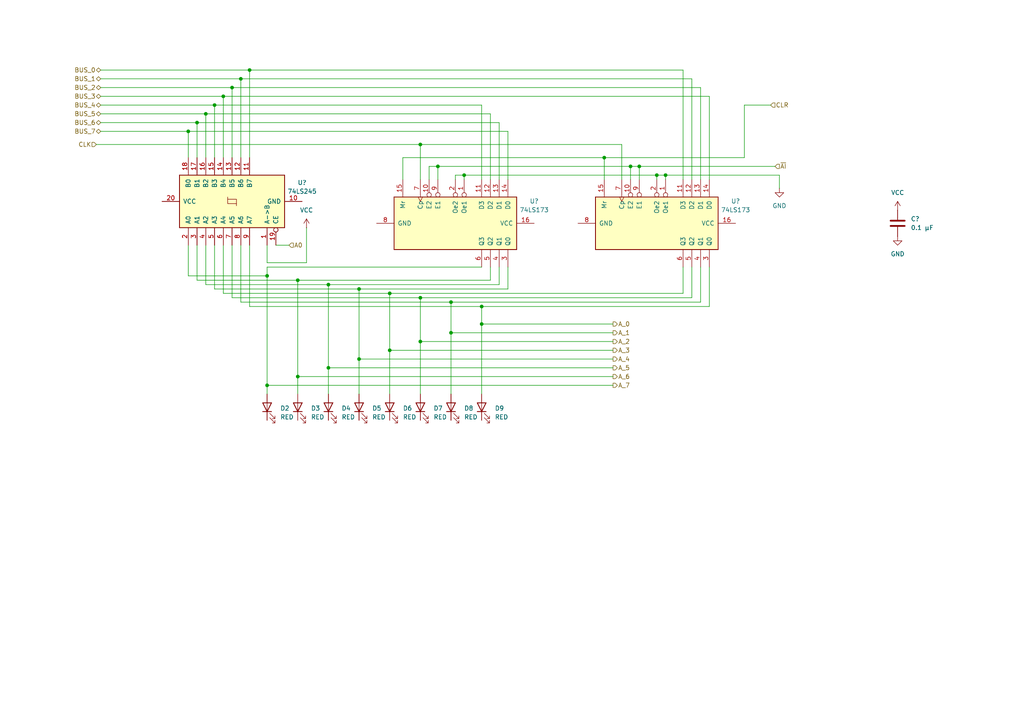
<source format=kicad_sch>
(kicad_sch (version 20250114) (generator "eeschema") (generator_version "9.0")
  (paper "A4")
  (title_block (title "8 bit PC") (date "2025-10-14") (rev "1"))
  (lib_symbols
    (symbol "74xx:74LS173" (pin_names (offset 1.016))
      (property "Reference" "U" (at -7.62 19.05 0))
      (property "Value" "74LS173" (at -7.62 -19.05 0))
      (symbol "74LS173_1_0"
        (pin input line (at -12.7 15.24 0) (length 5.08) (name "D0") (number "14"))
        (pin input line (at -12.7 12.7 0) (length 5.08) (name "D1") (number "13"))
        (pin input line (at -12.7 10.16 0) (length 5.08) (name "D2") (number "12"))
        (pin input line (at -12.7 7.62 0) (length 5.08) (name "D3") (number "11"))
        (pin input inverted (at -12.7 2.54 0) (length 5.08) (name "Oe1") (number "1"))
        (pin input inverted (at -12.7 0 0) (length 5.08) (name "Oe2") (number "2"))
        (pin input inverted (at -12.7 -5.08 0) (length 5.08) (name "E1") (number "9"))
        (pin input inverted (at -12.7 -7.62 0) (length 5.08) (name "E2") (number "10"))
        (pin input clock (at -12.7 -10.16 0) (length 5.08) (name "Cp") (number "7"))
        (pin input line (at -12.7 -15.24 0) (length 5.08) (name "Mr") (number "15"))
        (pin power_in line (at 0 22.86 270) (length 5.08) (name "VCC") (number "16"))
        (pin power_in line (at 0 -22.86 90) (length 5.08) (name "GND") (number "8"))
        (pin tri_state line (at 12.7 15.24 180) (length 5.08) (name "Q0") (number "3"))
        (pin tri_state line (at 12.7 12.7 180) (length 5.08) (name "Q1") (number "4"))
        (pin tri_state line (at 12.7 10.16 180) (length 5.08) (name "Q2") (number "5"))
        (pin tri_state line (at 12.7 7.62 180) (length 5.08) (name "Q3") (number "6"))
      )
      (symbol "74LS173_1_1"
        (rectangle (start -7.62 17.78) (end 7.62 -17.78) (stroke (width 0.254)) (fill (type background)))
      )
    )
    (symbol "74xx:74LS245" (pin_names (offset 1.016))
      (property "Reference" "U" (at -7.62 16.51 0))
      (property "Value" "74LS245" (at -7.62 -16.51 0))
      (symbol "74LS245_1_0"
        (polyline (pts (xy -1.27 -1.27) (xy 0.635 -1.27) (xy 0.635 1.27) (xy 1.27 1.27)))
        (polyline (pts (xy -0.635 -1.27) (xy -0.635 1.27) (xy 0.635 1.27)))
        (pin tri_state line (at -12.7 12.7 0) (length 5.08) (name "A0") (number "2"))
        (pin tri_state line (at -12.7 10.16 0) (length 5.08) (name "A1") (number "3"))
        (pin tri_state line (at -12.7 7.62 0) (length 5.08) (name "A2") (number "4"))
        (pin tri_state line (at -12.7 5.08 0) (length 5.08) (name "A3") (number "5"))
        (pin tri_state line (at -12.7 2.54 0) (length 5.08) (name "A4") (number "6"))
        (pin tri_state line (at -12.7 0 0) (length 5.08) (name "A5") (number "7"))
        (pin tri_state line (at -12.7 -2.54 0) (length 5.08) (name "A6") (number "8"))
        (pin tri_state line (at -12.7 -5.08 0) (length 5.08) (name "A7") (number "9"))
        (pin input line (at -12.7 -10.16 0) (length 5.08) (name "A->B") (number "1"))
        (pin input inverted (at -12.7 -12.7 0) (length 5.08) (name "CE") (number "19"))
        (pin power_in line (at 0 20.32 270) (length 5.08) (name "VCC") (number "20"))
        (pin power_in line (at 0 -20.32 90) (length 5.08) (name "GND") (number "10"))
        (pin tri_state line (at 12.7 12.7 180) (length 5.08) (name "B0") (number "18"))
        (pin tri_state line (at 12.7 10.16 180) (length 5.08) (name "B1") (number "17"))
        (pin tri_state line (at 12.7 7.62 180) (length 5.08) (name "B2") (number "16"))
        (pin tri_state line (at 12.7 5.08 180) (length 5.08) (name "B3") (number "15"))
        (pin tri_state line (at 12.7 2.54 180) (length 5.08) (name "B4") (number "14"))
        (pin tri_state line (at 12.7 0 180) (length 5.08) (name "B5") (number "13"))
        (pin tri_state line (at 12.7 -2.54 180) (length 5.08) (name "B6") (number "12"))
        (pin tri_state line (at 12.7 -5.08 180) (length 5.08) (name "B7") (number "11"))
      )
      (symbol "74LS245_1_1"
        (rectangle (start -7.62 15.24) (end 7.62 -15.24) (stroke (width 0.254)) (fill (type background)))
      )
    )
    (symbol "Device:C" (pin_numbers (hide yes)) (pin_names (offset 0.254))
      (property "Reference" "C" (at 0.635 2.54 0))
      (property "Value" "C" (at 0.635 -2.54 0))
      (symbol "C_0_1"
        (polyline (pts (xy -2.032 0.762) (xy 2.032 0.762)) (stroke (width 0.508)))
        (polyline (pts (xy -2.032 -0.762) (xy 2.032 -0.762)) (stroke (width 0.508)))
      )
      (symbol "C_1_1"
        (pin passive line (at 0 3.81 270) (length 2.794) (name "~") (number "1"))
        (pin passive line (at 0 -3.81 90) (length 2.794) (name "~") (number "2"))
      )
    )
    (symbol "Device:LED" (pin_numbers (hide yes)) (pin_names (offset 1.016) (hide yes))
      (property "Reference" "D" (at 0 2.54 0))
      (property "Value" "LED" (at 0 -2.54 0))
      (symbol "LED_0_1"
        (polyline (pts (xy -3.048 -0.762) (xy -4.572 -2.286) (xy -3.81 -2.286) (xy -4.572 -2.286) (xy -4.572 -1.524)))
        (polyline (pts (xy -1.778 -0.762) (xy -3.302 -2.286) (xy -2.54 -2.286) (xy -3.302 -2.286) (xy -3.302 -1.524)))
        (polyline (pts (xy -1.27 0) (xy 1.27 0)))
        (polyline (pts (xy -1.27 -1.27) (xy -1.27 1.27)) (stroke (width 0.254)))
        (polyline (pts (xy 1.27 -1.27) (xy 1.27 1.27) (xy -1.27 0) (xy 1.27 -1.27)) (stroke (width 0.254)))
      )
      (symbol "LED_1_1"
        (pin passive line (at -3.81 0 0) (length 2.54) (name "K") (number "1"))
        (pin passive line (at 3.81 0 180) (length 2.54) (name "A") (number "2"))
      )
    )
    (symbol "power:GND" (power) (pin_numbers (hide yes)) (pin_names (offset 0) (hide yes))
      (property "Value" "GND" (at 0 -3.81 0))
      (symbol "GND_0_1"
        (polyline (pts (xy 0 0) (xy 0 -1.27) (xy 1.27 -1.27) (xy 0 -2.54) (xy -1.27 -1.27) (xy 0 -1.27)))
      )
      (symbol "GND_1_1"
        (pin power_in line (at 0 0 270) (length 0) (name "~") (number "1"))
      )
    )
    (symbol "power:VCC" (power) (pin_numbers (hide yes)) (pin_names (offset 0) (hide yes))
      (property "Value" "VCC" (at 0 3.556 0))
      (symbol "VCC_0_1"
        (polyline (pts (xy -0.762 1.27) (xy 0 2.54)))
        (polyline (pts (xy 0 2.54) (xy 0.762 1.27)))
        (polyline (pts (xy 0 0) (xy 0 2.54)))
      )
      (symbol "VCC_1_1"
        (pin power_in line (at 0 0 90) (length 0) (name "~") (number "1"))
      )
    )
  )
  (junction (at 57.15 35.56))
  (junction (at 139.7 93.98))
  (junction (at 185.42 48.26))
  (junction (at 121.92 41.91))
  (junction (at 54.61 38.1))
  (junction (at 130.81 87.63))
  (junction (at 175.26 45.72))
  (junction (at 86.36 109.22))
  (junction (at 113.03 85.09))
  (junction (at 130.81 96.52))
  (junction (at 67.31 25.4))
  (junction (at 134.62 50.8))
  (junction (at 104.14 104.14))
  (junction (at 121.92 86.36))
  (junction (at 193.04 50.8))
  (junction (at 86.36 81.28))
  (junction (at 121.92 99.06))
  (junction (at 95.25 82.55))
  (junction (at 72.39 20.32))
  (junction (at 127 48.26))
  (junction (at 69.85 22.86))
  (junction (at 182.88 48.26))
  (junction (at 139.7 88.9))
  (junction (at 95.25 106.68))
  (junction (at 59.69 33.02))
  (junction (at 113.03 101.6))
  (junction (at 190.5 50.8))
  (junction (at 77.47 80.01))
  (junction (at 104.14 83.82))
  (junction (at 62.23 30.48))
  (junction (at 64.77 27.94))
  (junction (at 77.47 111.76))
  (wire (pts (xy 72.39 20.32) (xy 72.39 45.72)))
  (wire (pts (xy 104.14 104.14) (xy 177.8 104.14)))
  (wire (pts (xy 139.7 77.47) (xy 77.47 77.47)))
  (wire (pts (xy 69.85 87.63) (xy 130.81 87.63)))
  (wire (pts (xy 57.15 81.28) (xy 86.36 81.28)))
  (wire (pts (xy 144.78 35.56) (xy 144.78 52.07)))
  (wire (pts (xy 147.32 77.47) (xy 147.32 83.82)))
  (wire (pts (xy 142.24 81.28) (xy 86.36 81.28)))
  (wire (pts (xy 144.78 82.55) (xy 95.25 82.55)))
  (wire (pts (xy 57.15 35.56) (xy 57.15 45.72)))
  (wire (pts (xy 121.92 99.06) (xy 177.8 99.06)))
  (wire (pts (xy 29.21 30.48) (xy 62.23 30.48)))
  (wire (pts (xy 177.8 93.98) (xy 139.7 93.98)))
  (wire (pts (xy 193.04 50.8) (xy 193.04 52.07)))
  (wire (pts (xy 62.23 30.48) (xy 62.23 45.72)))
  (wire (pts (xy 113.03 101.6) (xy 113.03 114.3)))
  (wire (pts (xy 147.32 38.1) (xy 147.32 52.07)))
  (wire (pts (xy 59.69 71.12) (xy 59.69 82.55)))
  (wire (pts (xy 64.77 27.94) (xy 205.74 27.94)))
  (wire (pts (xy 190.5 50.8) (xy 190.5 52.07)))
  (wire (pts (xy 121.92 86.36) (xy 121.92 99.06)))
  (wire (pts (xy 147.32 83.82) (xy 104.14 83.82)))
  (wire (pts (xy 177.8 96.52) (xy 130.81 96.52)))
  (wire (pts (xy 29.21 33.02) (xy 59.69 33.02)))
  (wire (pts (xy 203.2 77.47) (xy 203.2 87.63)))
  (wire (pts (xy 29.21 25.4) (xy 67.31 25.4)))
  (wire (pts (xy 62.23 83.82) (xy 104.14 83.82)))
  (wire (pts (xy 142.24 33.02) (xy 142.24 52.07)))
  (wire (pts (xy 72.39 88.9) (xy 139.7 88.9)))
  (wire (pts (xy 198.12 77.47) (xy 198.12 85.09)))
  (wire (pts (xy 113.03 101.6) (xy 177.8 101.6)))
  (wire (pts (xy 104.14 83.82) (xy 104.14 104.14)))
  (wire (pts (xy 203.2 25.4) (xy 203.2 52.07)))
  (wire (pts (xy 185.42 48.26) (xy 185.42 52.07)))
  (wire (pts (xy 69.85 22.86) (xy 200.66 22.86)))
  (wire (pts (xy 205.74 27.94) (xy 205.74 52.07)))
  (wire (pts (xy 121.92 41.91) (xy 180.34 41.91)))
  (wire (pts (xy 127 48.26) (xy 124.46 48.26)))
  (wire (pts (xy 113.03 85.09) (xy 113.03 101.6)))
  (wire (pts (xy 80.01 71.12) (xy 83.82 71.12)))
  (wire (pts (xy 142.24 77.47) (xy 142.24 81.28)))
  (wire (pts (xy 175.26 45.72) (xy 175.26 52.07)))
  (wire (pts (xy 86.36 81.28) (xy 86.36 109.22)))
  (wire (pts (xy 205.74 88.9) (xy 139.7 88.9)))
  (wire (pts (xy 29.21 20.32) (xy 72.39 20.32)))
  (wire (pts (xy 69.85 71.12) (xy 69.85 87.63)))
  (wire (pts (xy 54.61 38.1) (xy 147.32 38.1)))
  (wire (pts (xy 59.69 33.02) (xy 142.24 33.02)))
  (wire (pts (xy 29.21 35.56) (xy 57.15 35.56)))
  (wire (pts (xy 64.77 27.94) (xy 64.77 45.72)))
  (wire (pts (xy 29.21 22.86) (xy 69.85 22.86)))
  (wire (pts (xy 198.12 20.32) (xy 198.12 52.07)))
  (wire (pts (xy 77.47 111.76) (xy 77.47 114.3)))
  (wire (pts (xy 175.26 45.72) (xy 215.9 45.72)))
  (wire (pts (xy 57.15 71.12) (xy 57.15 81.28)))
  (wire (pts (xy 224.79 48.26) (xy 185.42 48.26)))
  (wire (pts (xy 77.47 77.47) (xy 77.47 80.01)))
  (wire (pts (xy 67.31 71.12) (xy 67.31 86.36)))
  (wire (pts (xy 95.25 106.68) (xy 95.25 114.3)))
  (wire (pts (xy 116.84 45.72) (xy 175.26 45.72)))
  (wire (pts (xy 180.34 52.07) (xy 180.34 41.91)))
  (wire (pts (xy 95.25 106.68) (xy 177.8 106.68)))
  (wire (pts (xy 59.69 33.02) (xy 59.69 45.72)))
  (wire (pts (xy 226.06 50.8) (xy 226.06 54.61)))
  (wire (pts (xy 190.5 50.8) (xy 193.04 50.8)))
  (wire (pts (xy 124.46 48.26) (xy 124.46 52.07)))
  (wire (pts (xy 67.31 25.4) (xy 203.2 25.4)))
  (wire (pts (xy 134.62 50.8) (xy 134.62 52.07)))
  (wire (pts (xy 200.66 86.36) (xy 121.92 86.36)))
  (wire (pts (xy 86.36 109.22) (xy 86.36 114.3)))
  (wire (pts (xy 72.39 20.32) (xy 198.12 20.32)))
  (wire (pts (xy 57.15 35.56) (xy 144.78 35.56)))
  (wire (pts (xy 215.9 30.48) (xy 223.52 30.48)))
  (wire (pts (xy 77.47 76.2) (xy 88.9 76.2)))
  (wire (pts (xy 67.31 25.4) (xy 67.31 45.72)))
  (wire (pts (xy 130.81 96.52) (xy 130.81 114.3)))
  (wire (pts (xy 193.04 50.8) (xy 226.06 50.8)))
  (wire (pts (xy 29.21 27.94) (xy 64.77 27.94)))
  (wire (pts (xy 203.2 87.63) (xy 130.81 87.63)))
  (wire (pts (xy 67.31 86.36) (xy 121.92 86.36)))
  (wire (pts (xy 182.88 48.26) (xy 127 48.26)))
  (wire (pts (xy 127 48.26) (xy 127 52.07)))
  (wire (pts (xy 62.23 71.12) (xy 62.23 83.82)))
  (wire (pts (xy 185.42 48.26) (xy 182.88 48.26)))
  (wire (pts (xy 200.66 22.86) (xy 200.66 52.07)))
  (wire (pts (xy 200.66 77.47) (xy 200.66 86.36)))
  (wire (pts (xy 177.8 111.76) (xy 77.47 111.76)))
  (wire (pts (xy 77.47 71.12) (xy 77.47 76.2)))
  (wire (pts (xy 139.7 88.9) (xy 139.7 93.98)))
  (wire (pts (xy 54.61 71.12) (xy 54.61 80.01)))
  (wire (pts (xy 95.25 82.55) (xy 95.25 106.68)))
  (wire (pts (xy 132.08 52.07) (xy 132.08 50.8)))
  (wire (pts (xy 132.08 50.8) (xy 134.62 50.8)))
  (wire (pts (xy 121.92 41.91) (xy 121.92 52.07)))
  (wire (pts (xy 59.69 82.55) (xy 95.25 82.55)))
  (wire (pts (xy 77.47 80.01) (xy 77.47 111.76)))
  (wire (pts (xy 69.85 22.86) (xy 69.85 45.72)))
  (wire (pts (xy 215.9 45.72) (xy 215.9 30.48)))
  (wire (pts (xy 130.81 87.63) (xy 130.81 96.52)))
  (wire (pts (xy 72.39 71.12) (xy 72.39 88.9)))
  (wire (pts (xy 54.61 38.1) (xy 54.61 45.72)))
  (wire (pts (xy 139.7 30.48) (xy 139.7 52.07)))
  (wire (pts (xy 104.14 104.14) (xy 104.14 114.3)))
  (wire (pts (xy 64.77 85.09) (xy 113.03 85.09)))
  (wire (pts (xy 205.74 77.47) (xy 205.74 88.9)))
  (wire (pts (xy 139.7 93.98) (xy 139.7 114.3)))
  (wire (pts (xy 62.23 30.48) (xy 139.7 30.48)))
  (wire (pts (xy 144.78 77.47) (xy 144.78 82.55)))
  (wire (pts (xy 29.21 38.1) (xy 54.61 38.1)))
  (wire (pts (xy 27.94 41.91) (xy 121.92 41.91)))
  (wire (pts (xy 177.8 109.22) (xy 86.36 109.22)))
  (wire (pts (xy 121.92 99.06) (xy 121.92 114.3)))
  (wire (pts (xy 64.77 71.12) (xy 64.77 85.09)))
  (wire (pts (xy 134.62 50.8) (xy 190.5 50.8)))
  (wire (pts (xy 182.88 48.26) (xy 182.88 52.07)))
  (wire (pts (xy 88.9 76.2) (xy 88.9 66.04)))
  (wire (pts (xy 54.61 80.01) (xy 77.47 80.01)))
  (wire (pts (xy 113.03 85.09) (xy 198.12 85.09)))
  (wire (pts (xy 116.84 52.07) (xy 116.84 45.72)))
  (hierarchical_label "A0" (shape input) (at 83.82 71.12 0))
  (hierarchical_label "BUS_4" (shape bidirectional) (at 29.21 30.48 180))
  (hierarchical_label "BUS_6" (shape bidirectional) (at 29.21 35.56 180))
  (hierarchical_label "A_2" (shape output) (at 177.8 99.06 0))
  (hierarchical_label "A_7" (shape output) (at 177.8 111.76 0))
  (hierarchical_label "BUS_5" (shape bidirectional) (at 29.21 33.02 180))
  (hierarchical_label "BUS_2" (shape bidirectional) (at 29.21 25.4 180))
  (hierarchical_label "BUS_7" (shape bidirectional) (at 29.21 38.1 180))
  (hierarchical_label "A_3" (shape output) (at 177.8 101.6 0))
  (hierarchical_label "A_0" (shape output) (at 177.8 93.98 0))
  (hierarchical_label "A_6" (shape output) (at 177.8 109.22 0))
  (hierarchical_label "BUS_3" (shape bidirectional) (at 29.21 27.94 180))
  (hierarchical_label "A_5" (shape output) (at 177.8 106.68 0))
  (hierarchical_label "A_1" (shape output) (at 177.8 96.52 0))
  (hierarchical_label "BUS_0" (shape bidirectional) (at 29.21 20.32 180))
  (hierarchical_label "CLR" (shape input) (at 223.52 30.48 0))
  (hierarchical_label "~{AI}" (shape input) (at 224.79 48.26 0))
  (hierarchical_label "CLK" (shape input) (at 27.94 41.91 180))
  (hierarchical_label "A_4" (shape output) (at 177.8 104.14 0))
  (hierarchical_label "BUS_1" (shape bidirectional) (at 29.21 22.86 180))
  (symbol (lib_id "Device:LED") (at 130.81 118.11 90) (unit 1)
    (property "Reference" "D8" (at 134.62 118.4274 90) (effects (justify right)))
    (property "Value" "RED" (at 134.62 120.9674 90) (effects (justify right)))
    (property "Footprint" "LED_THT:LED_D3.0mm" (effects (hide yes)))
    (property "Description" "Light emitting diode" (effects (hide yes)))
    (property "Sim.Pins" "1=K 2=A" (effects (hide yes)))
  )
  (symbol (lib_id "Device:LED") (at 121.92 118.11 90) (unit 1)
    (property "Reference" "D7" (at 125.73 118.4274 90) (effects (justify right)))
    (property "Value" "RED" (at 125.73 120.9674 90) (effects (justify right)))
    (property "Footprint" "LED_THT:LED_D3.0mm" (effects (hide yes)))
    (property "Description" "Light emitting diode" (effects (hide yes)))
    (property "Sim.Pins" "1=K 2=A" (effects (hide yes)))
  )
  (symbol (lib_id "74xx:74LS173") (at 190.5 64.77 270) (unit 1)
    (property "Reference" "U?" (at 213.36 58.3498 90))
    (property "Value" "74LS173" (at 213.36 60.8898 90))
    (property "Datasheet" "http://www.ti.com/lit/gpn/sn74LS173" (effects (hide yes)))
    (property "Description" "4-bit D-type Register, 3 state out" (effects (hide yes)))
  )
  (symbol (lib_id "power:GND") (at 260.35 68.58 0) (unit 1)
    (property "Reference" "#PWR?" (effects (hide yes)))
    (property "Value" "GND" (at 260.35 73.66 0))
    (property "Description" "Power symbol creates a global label with name \"GND\" , ground" (effects (hide yes)))
  )
  (symbol (lib_id "74xx:74LS245") (at 67.31 58.42 90) (unit 1)
    (property "Reference" "U?" (at 87.63 52.9746 90))
    (property "Value" "74LS245" (at 87.63 55.5146 90))
    (property "Datasheet" "http://www.ti.com/lit/gpn/sn74LS245" (effects (hide yes)))
    (property "Description" "Octal BUS Transceivers, 3-State outputs" (effects (hide yes)))
  )
  (symbol (lib_id "power:GND") (at 226.06 54.61 0) (unit 1)
    (property "Reference" "#PWR?" (effects (hide yes)))
    (property "Value" "GND" (at 226.06 59.69 0))
    (property "Description" "Power symbol creates a global label with name \"GND\" , ground" (effects (hide yes)))
  )
  (symbol (lib_id "power:VCC") (at 260.35 60.96 0) (unit 1)
    (property "Reference" "#PWR?" (effects (hide yes)))
    (property "Value" "VCC" (at 260.35 55.88 0))
    (property "Description" "Power symbol creates a global label with name \"VCC\"" (effects (hide yes)))
  )
  (symbol (lib_id "Device:LED") (at 77.47 118.11 90) (unit 1)
    (property "Reference" "D2" (at 81.28 118.4274 90) (effects (justify right)))
    (property "Value" "RED" (at 81.28 120.9674 90) (effects (justify right)))
    (property "Footprint" "LED_THT:LED_D3.0mm" (effects (hide yes)))
    (property "Description" "Light emitting diode" (effects (hide yes)))
    (property "Sim.Pins" "1=K 2=A" (effects (hide yes)))
  )
  (symbol (lib_id "Device:C") (at 260.35 64.77 0) (unit 1)
    (property "Reference" "C?" (at 264.16 63.4999 0) (effects (justify left)))
    (property "Value" "0.1 µF" (at 264.16 66.0399 0) (effects (justify left)))
    (property "Description" "Unpolarized capacitor" (effects (hide yes)))
  )
  (symbol (lib_id "Device:LED") (at 86.36 118.11 90) (unit 1)
    (property "Reference" "D3" (at 90.17 118.4274 90) (effects (justify right)))
    (property "Value" "RED" (at 90.17 120.9674 90) (effects (justify right)))
    (property "Footprint" "LED_THT:LED_D3.0mm" (effects (hide yes)))
    (property "Description" "Light emitting diode" (effects (hide yes)))
    (property "Sim.Pins" "1=K 2=A" (effects (hide yes)))
  )
  (symbol (lib_id "power:VCC") (at 88.9 66.04 0) (unit 1)
    (property "Reference" "#PWR?" (effects (hide yes)))
    (property "Value" "VCC" (at 88.9 60.96 0))
    (property "Description" "Power symbol creates a global label with name \"VCC\"" (effects (hide yes)))
  )
  (symbol (lib_id "Device:LED") (at 95.25 118.11 90) (unit 1)
    (property "Reference" "D4" (at 99.06 118.4274 90) (effects (justify right)))
    (property "Value" "RED" (at 99.06 120.9674 90) (effects (justify right)))
    (property "Footprint" "LED_THT:LED_D3.0mm" (effects (hide yes)))
    (property "Description" "Light emitting diode" (effects (hide yes)))
    (property "Sim.Pins" "1=K 2=A" (effects (hide yes)))
  )
  (symbol (lib_id "74xx:74LS173") (at 132.08 64.77 270) (unit 1)
    (property "Reference" "U?" (at 154.94 58.3498 90))
    (property "Value" "74LS173" (at 154.94 60.8898 90))
    (property "Datasheet" "http://www.ti.com/lit/gpn/sn74LS173" (effects (hide yes)))
    (property "Description" "4-bit D-type Register, 3 state out" (effects (hide yes)))
  )
  (symbol (lib_id "Device:LED") (at 104.14 118.11 90) (unit 1)
    (property "Reference" "D5" (at 107.95 118.4274 90) (effects (justify right)))
    (property "Value" "RED" (at 107.95 120.9674 90) (effects (justify right)))
    (property "Footprint" "LED_THT:LED_D3.0mm" (effects (hide yes)))
    (property "Description" "Light emitting diode" (effects (hide yes)))
    (property "Sim.Pins" "1=K 2=A" (effects (hide yes)))
  )
  (symbol (lib_id "Device:LED") (at 139.7 118.11 90) (unit 1)
    (property "Reference" "D9" (at 143.51 118.4274 90) (effects (justify right)))
    (property "Value" "RED" (at 143.51 120.9674 90) (effects (justify right)))
    (property "Footprint" "LED_THT:LED_D3.0mm" (effects (hide yes)))
    (property "Description" "Light emitting diode" (effects (hide yes)))
    (property "Sim.Pins" "1=K 2=A" (effects (hide yes)))
  )
  (symbol (lib_id "Device:LED") (at 113.03 118.11 90) (unit 1)
    (property "Reference" "D6" (at 116.84 118.4274 90) (effects (justify right)))
    (property "Value" "RED" (at 116.84 120.9674 90) (effects (justify right)))
    (property "Footprint" "LED_THT:LED_D3.0mm" (effects (hide yes)))
    (property "Description" "Light emitting diode" (effects (hide yes)))
    (property "Sim.Pins" "1=K 2=A" (effects (hide yes)))
  )
)
</source>
